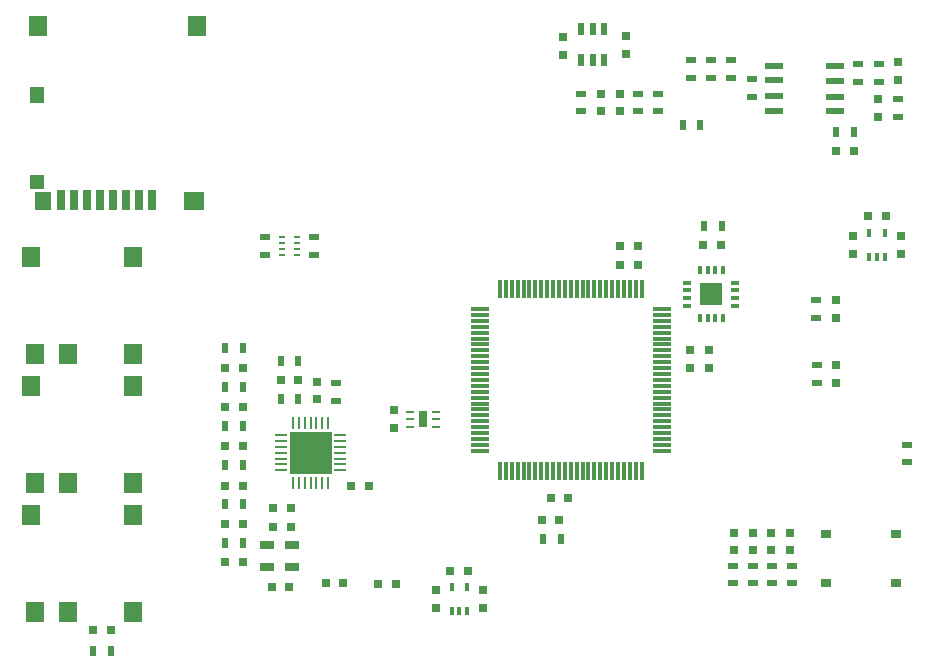
<source format=gbr>
G04 #@! TF.FileFunction,Paste,Top*
%FSLAX46Y46*%
G04 Gerber Fmt 4.6, Leading zero omitted, Abs format (unit mm)*
G04 Created by KiCad (PCBNEW (2015-08-05 BZR 6055, Git fa29c62)-product) date 10/03/2016 14:30:23*
%MOMM*%
G01*
G04 APERTURE LIST*
%ADD10C,0.100000*%
%ADD11R,0.500000X0.900000*%
%ADD12R,0.900000X0.500000*%
%ADD13R,0.800000X0.750000*%
%ADD14R,0.300000X1.500000*%
%ADD15R,1.500000X0.300000*%
%ADD16R,0.750000X0.800000*%
%ADD17R,0.797560X0.797560*%
%ADD18R,1.300000X0.700000*%
%ADD19R,0.406400X0.660400*%
%ADD20R,0.800000X0.350000*%
%ADD21R,1.950000X1.950000*%
%ADD22R,0.350000X0.800000*%
%ADD23R,3.600000X3.600000*%
%ADD24R,0.250000X1.000000*%
%ADD25R,1.000000X0.250000*%
%ADD26R,0.600000X0.250000*%
%ADD27R,0.650000X1.350000*%
%ADD28R,0.800000X0.250000*%
%ADD29R,0.800000X1.680000*%
%ADD30R,1.700000X1.500000*%
%ADD31R,1.400000X1.500000*%
%ADD32R,1.300000X1.300000*%
%ADD33R,1.500000X1.700000*%
%ADD34R,1.300000X1.400000*%
%ADD35R,0.900000X0.700000*%
%ADD36R,0.600000X1.100000*%
%ADD37R,1.500000X0.600000*%
G04 APERTURE END LIST*
D10*
D11*
X89205500Y-139192000D03*
X87705500Y-139192000D03*
D12*
X90487500Y-125488000D03*
X90487500Y-126988000D03*
X86360000Y-126988000D03*
X86360000Y-125488000D03*
D13*
X117971000Y-126301500D03*
X116471000Y-126301500D03*
D14*
X118268000Y-129904500D03*
X117768000Y-129904500D03*
X117268000Y-129904500D03*
X116768000Y-129904500D03*
X116268000Y-129904500D03*
X115768000Y-129904500D03*
X115268000Y-129904500D03*
X114768000Y-129904500D03*
X114268000Y-129904500D03*
X113768000Y-129904500D03*
X113268000Y-129904500D03*
X112768000Y-129904500D03*
X112268000Y-129904500D03*
X111768000Y-129904500D03*
X111268000Y-129904500D03*
X110768000Y-129904500D03*
X110268000Y-129904500D03*
X109768000Y-129904500D03*
X109268000Y-129904500D03*
X108768000Y-129904500D03*
X108268000Y-129904500D03*
X107768000Y-129904500D03*
X107268000Y-129904500D03*
X106768000Y-129904500D03*
X106268000Y-129904500D03*
D15*
X104568000Y-131604500D03*
X104568000Y-132104500D03*
X104568000Y-132604500D03*
X104568000Y-133104500D03*
X104568000Y-133604500D03*
X104568000Y-134104500D03*
X104568000Y-134604500D03*
X104568000Y-135104500D03*
X104568000Y-135604500D03*
X104568000Y-136104500D03*
X104568000Y-136604500D03*
X104568000Y-137104500D03*
X104568000Y-137604500D03*
X104568000Y-138104500D03*
X104568000Y-138604500D03*
X104568000Y-139104500D03*
X104568000Y-139604500D03*
X104568000Y-140104500D03*
X104568000Y-140604500D03*
X104568000Y-141104500D03*
X104568000Y-141604500D03*
X104568000Y-142104500D03*
X104568000Y-142604500D03*
X104568000Y-143104500D03*
X104568000Y-143604500D03*
D14*
X106268000Y-145304500D03*
X106768000Y-145304500D03*
X107268000Y-145304500D03*
X107768000Y-145304500D03*
X108268000Y-145304500D03*
X108768000Y-145304500D03*
X109268000Y-145304500D03*
X109768000Y-145304500D03*
X110268000Y-145304500D03*
X110768000Y-145304500D03*
X111268000Y-145304500D03*
X111768000Y-145304500D03*
X112268000Y-145304500D03*
X112768000Y-145304500D03*
X113268000Y-145304500D03*
X113768000Y-145304500D03*
X114268000Y-145304500D03*
X114768000Y-145304500D03*
X115268000Y-145304500D03*
X115768000Y-145304500D03*
X116268000Y-145304500D03*
X116768000Y-145304500D03*
X117268000Y-145304500D03*
X117768000Y-145304500D03*
X118268000Y-145304500D03*
D15*
X119968000Y-143604500D03*
X119968000Y-143104500D03*
X119968000Y-142604500D03*
X119968000Y-142104500D03*
X119968000Y-141604500D03*
X119968000Y-141104500D03*
X119968000Y-140604500D03*
X119968000Y-140104500D03*
X119968000Y-139604500D03*
X119968000Y-139104500D03*
X119968000Y-138604500D03*
X119968000Y-138104500D03*
X119968000Y-137604500D03*
X119968000Y-137104500D03*
X119968000Y-136604500D03*
X119968000Y-136104500D03*
X119968000Y-135604500D03*
X119968000Y-135104500D03*
X119968000Y-134604500D03*
X119968000Y-134104500D03*
X119968000Y-133604500D03*
X119968000Y-133104500D03*
X119968000Y-132604500D03*
X119968000Y-132104500D03*
X119968000Y-131604500D03*
D16*
X134683500Y-130822000D03*
X134683500Y-132322000D03*
X136140900Y-125425700D03*
X136140900Y-126925700D03*
X140204900Y-126925700D03*
X140204900Y-125425700D03*
D13*
X138922900Y-123762700D03*
X137422900Y-123762700D03*
D16*
X100869750Y-155428250D03*
X100869750Y-156928250D03*
X104870250Y-156928250D03*
X104870250Y-155428250D03*
D13*
X103524750Y-153765250D03*
X102024750Y-153765250D03*
X88443500Y-155130500D03*
X86943500Y-155130500D03*
X111303500Y-149479000D03*
X109803500Y-149479000D03*
D16*
X134683500Y-136346500D03*
X134683500Y-137846500D03*
X122364500Y-136576500D03*
X122364500Y-135076500D03*
X123952000Y-136576500D03*
X123952000Y-135076500D03*
D13*
X124978860Y-126220220D03*
X123478860Y-126220220D03*
X117971000Y-127889000D03*
X116471000Y-127889000D03*
X91515500Y-154813000D03*
X93015500Y-154813000D03*
X95960500Y-154876500D03*
X97460500Y-154876500D03*
X87070500Y-150050500D03*
X88570500Y-150050500D03*
X87070500Y-148463000D03*
X88570500Y-148463000D03*
X93674500Y-146558000D03*
X95174500Y-146558000D03*
X84506500Y-136588500D03*
X83006500Y-136588500D03*
X84506500Y-139890500D03*
X83006500Y-139890500D03*
X84506500Y-143192500D03*
X83006500Y-143192500D03*
X84506500Y-146558000D03*
X83006500Y-146558000D03*
X84506500Y-149796500D03*
X83006500Y-149796500D03*
X84506500Y-153035000D03*
X83006500Y-153035000D03*
D16*
X90741500Y-139243500D03*
X90741500Y-137743500D03*
D13*
X73324000Y-158813500D03*
X71824000Y-158813500D03*
X89205500Y-137604500D03*
X87705500Y-137604500D03*
D16*
X97282000Y-140156500D03*
X97282000Y-141656500D03*
D13*
X112065500Y-147574000D03*
X110565500Y-147574000D03*
D17*
X126079250Y-150539450D03*
X126079250Y-152038050D03*
X127666750Y-150539450D03*
X127666750Y-152038050D03*
X129254250Y-150539450D03*
X129254250Y-152038050D03*
X130841750Y-150539450D03*
X130841750Y-152038050D03*
D18*
X86550500Y-153477000D03*
X86550500Y-151577000D03*
X88646000Y-153477000D03*
X88646000Y-151577000D03*
D11*
X109930500Y-151066500D03*
X111430500Y-151066500D03*
D12*
X133032500Y-130822000D03*
X133032500Y-132322000D03*
X133096000Y-136346500D03*
X133096000Y-137846500D03*
X140716000Y-143077500D03*
X140716000Y-144577500D03*
D11*
X123542360Y-124569220D03*
X125042360Y-124569220D03*
D12*
X126015750Y-154832750D03*
X126015750Y-153332750D03*
X127666750Y-154832750D03*
X127666750Y-153332750D03*
X129317750Y-154832750D03*
X129317750Y-153332750D03*
X130968750Y-154832750D03*
X130968750Y-153332750D03*
D11*
X84506500Y-151447500D03*
X83006500Y-151447500D03*
X84506500Y-148145500D03*
X83006500Y-148145500D03*
X84506500Y-144843500D03*
X83006500Y-144843500D03*
X84506500Y-141541500D03*
X83006500Y-141541500D03*
X84506500Y-138239500D03*
X83006500Y-138239500D03*
X84506500Y-134937500D03*
X83006500Y-134937500D03*
D12*
X92392500Y-137870500D03*
X92392500Y-139370500D03*
D11*
X73324000Y-160528000D03*
X71824000Y-160528000D03*
X89205500Y-136017000D03*
X87705500Y-136017000D03*
D19*
X137512500Y-127191700D03*
X138833300Y-127191700D03*
X138172900Y-127191700D03*
X138833300Y-125159700D03*
X137512500Y-125159700D03*
X102177850Y-157194250D03*
X103498650Y-157194250D03*
X102838250Y-157194250D03*
X103498650Y-155162250D03*
X102177850Y-155162250D03*
D20*
X122145440Y-131332880D03*
X122145440Y-130682880D03*
X122145440Y-130032880D03*
X122145440Y-129382880D03*
D21*
X124170440Y-130357880D03*
D20*
X126195440Y-131332880D03*
X126195440Y-130682880D03*
X126195440Y-130032880D03*
X126195440Y-129382880D03*
D22*
X123195440Y-128332880D03*
X123845440Y-128332880D03*
X124495440Y-128332880D03*
X125145440Y-128332880D03*
X123195440Y-132382880D03*
X123845440Y-132382880D03*
X124495440Y-132382880D03*
X125145440Y-132382880D03*
D23*
X90233500Y-143764000D03*
D24*
X90233500Y-141264000D03*
X90733500Y-141264000D03*
X91233500Y-141264000D03*
X91733500Y-141264000D03*
X89733500Y-141264000D03*
X89233500Y-141264000D03*
X88733500Y-141264000D03*
X90233500Y-146364000D03*
X89733500Y-146364000D03*
X89233500Y-146364000D03*
X88733500Y-146364000D03*
X90733500Y-146364000D03*
X91233500Y-146364000D03*
X91733500Y-146364000D03*
D25*
X92733500Y-142264000D03*
X92733500Y-142764000D03*
X92733500Y-143264000D03*
X92733500Y-143764000D03*
X92733500Y-144264000D03*
X92733500Y-144764000D03*
X92733500Y-145264000D03*
X87733500Y-145264000D03*
X87733500Y-144764000D03*
X87733500Y-144264000D03*
X87733500Y-143764000D03*
X87733500Y-143264000D03*
X87733500Y-142764000D03*
X87733500Y-142264000D03*
D26*
X89105500Y-126988000D03*
X89105500Y-126488000D03*
X87805500Y-126488000D03*
X87805500Y-126988000D03*
X89105500Y-125988000D03*
X89105500Y-125488000D03*
X87805500Y-125988000D03*
X87805500Y-125488000D03*
D27*
X99790250Y-140938250D03*
D28*
X98690250Y-140288250D03*
X98690250Y-140938250D03*
X98690250Y-141588250D03*
X100890250Y-141588250D03*
X100890250Y-140938250D03*
X100890250Y-140288250D03*
D29*
X69118000Y-122387000D03*
X70218000Y-122387000D03*
X72418000Y-122387000D03*
X71318000Y-122387000D03*
X75718000Y-122387000D03*
X76818000Y-122387000D03*
X74618000Y-122387000D03*
X73518000Y-122387000D03*
D30*
X80368000Y-122477000D03*
D31*
X67618000Y-122477000D03*
D32*
X67058000Y-120807000D03*
D33*
X80658000Y-107627000D03*
D34*
X67058000Y-113467000D03*
D33*
X67168000Y-107627000D03*
X66876000Y-157262000D03*
X69676000Y-157262000D03*
X75176000Y-157262000D03*
X75176000Y-149062000D03*
X66576000Y-149062000D03*
X66876000Y-146340000D03*
X69676000Y-146340000D03*
X75176000Y-146340000D03*
X75176000Y-138140000D03*
X66576000Y-138140000D03*
X66876000Y-135418000D03*
X69676000Y-135418000D03*
X75176000Y-135418000D03*
X75176000Y-127218000D03*
X66576000Y-127218000D03*
D35*
X133842500Y-154817500D03*
X133842500Y-150617500D03*
X139842500Y-154817500D03*
X139842500Y-150617500D03*
D16*
X116903500Y-108470000D03*
X116903500Y-109970000D03*
X111569500Y-110097000D03*
X111569500Y-108597000D03*
D13*
X134759000Y-118237000D03*
X136259000Y-118237000D03*
D16*
X138239500Y-113804000D03*
X138239500Y-115304000D03*
X116395500Y-113359500D03*
X116395500Y-114859500D03*
X114808000Y-113359500D03*
X114808000Y-114859500D03*
X139985750Y-112224250D03*
X139985750Y-110724250D03*
D12*
X117983000Y-113359500D03*
X117983000Y-114859500D03*
D11*
X134759000Y-116586000D03*
X136259000Y-116586000D03*
D12*
X119634000Y-114859500D03*
X119634000Y-113359500D03*
X136620250Y-110851250D03*
X136620250Y-112351250D03*
X139954000Y-115304000D03*
X139954000Y-113804000D03*
X113157000Y-113359500D03*
X113157000Y-114859500D03*
X127571500Y-113653000D03*
X127571500Y-112153000D03*
D11*
X121741500Y-116014500D03*
X123241500Y-116014500D03*
D12*
X125857000Y-112002000D03*
X125857000Y-110502000D03*
X138334750Y-112351250D03*
X138334750Y-110851250D03*
X124142500Y-112002000D03*
X124142500Y-110502000D03*
X122428000Y-112002000D03*
X122428000Y-110502000D03*
D36*
X113109500Y-110520000D03*
X114109500Y-110520000D03*
X115109500Y-110520000D03*
X115109500Y-107920000D03*
X114109500Y-107920000D03*
X113109500Y-107920000D03*
D37*
X134648250Y-114834750D03*
X134648250Y-113634750D03*
X134648250Y-112334750D03*
X134648250Y-111034750D03*
X129448250Y-111034750D03*
X129448250Y-112234750D03*
X129448250Y-113534750D03*
X129448250Y-114834750D03*
M02*

</source>
